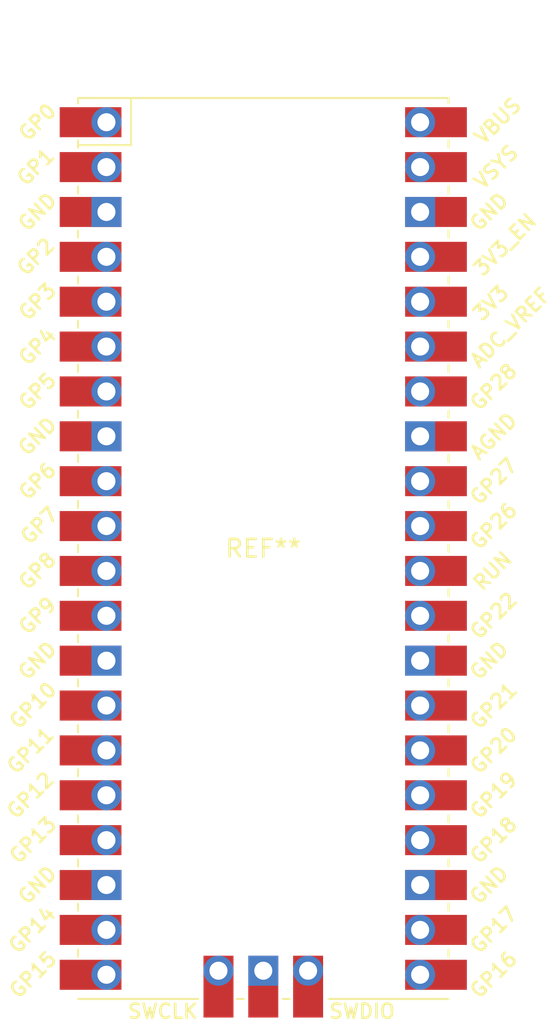
<source format=kicad_pcb>
(kicad_pcb (version 20171130) (host pcbnew "(5.1.10)-1")

  (general
    (thickness 1.6)
    (drawings 0)
    (tracks 0)
    (zones 0)
    (modules 1)
    (nets 1)
  )

  (page A4)
  (layers
    (0 F.Cu signal)
    (31 B.Cu signal)
    (32 B.Adhes user)
    (33 F.Adhes user)
    (34 B.Paste user)
    (35 F.Paste user)
    (36 B.SilkS user)
    (37 F.SilkS user)
    (38 B.Mask user)
    (39 F.Mask user)
    (40 Dwgs.User user)
    (41 Cmts.User user)
    (42 Eco1.User user)
    (43 Eco2.User user)
    (44 Edge.Cuts user)
    (45 Margin user)
    (46 B.CrtYd user)
    (47 F.CrtYd user)
    (48 B.Fab user)
    (49 F.Fab user)
  )

  (setup
    (last_trace_width 0.25)
    (trace_clearance 0.2)
    (zone_clearance 0.508)
    (zone_45_only no)
    (trace_min 0.2)
    (via_size 0.8)
    (via_drill 0.4)
    (via_min_size 0.4)
    (via_min_drill 0.3)
    (uvia_size 0.3)
    (uvia_drill 0.1)
    (uvias_allowed no)
    (uvia_min_size 0.2)
    (uvia_min_drill 0.1)
    (edge_width 0.05)
    (segment_width 0.2)
    (pcb_text_width 0.3)
    (pcb_text_size 1.5 1.5)
    (mod_edge_width 0.12)
    (mod_text_size 1 1)
    (mod_text_width 0.15)
    (pad_size 1.524 1.524)
    (pad_drill 0.762)
    (pad_to_mask_clearance 0)
    (aux_axis_origin 0 0)
    (visible_elements FFFFFF7F)
    (pcbplotparams
      (layerselection 0x010fc_ffffffff)
      (usegerberextensions false)
      (usegerberattributes true)
      (usegerberadvancedattributes true)
      (creategerberjobfile true)
      (excludeedgelayer true)
      (linewidth 0.100000)
      (plotframeref false)
      (viasonmask false)
      (mode 1)
      (useauxorigin false)
      (hpglpennumber 1)
      (hpglpenspeed 20)
      (hpglpendiameter 15.000000)
      (psnegative false)
      (psa4output false)
      (plotreference true)
      (plotvalue true)
      (plotinvisibletext false)
      (padsonsilk false)
      (subtractmaskfromsilk false)
      (outputformat 1)
      (mirror false)
      (drillshape 1)
      (scaleselection 1)
      (outputdirectory ""))
  )

  (net 0 "")

  (net_class Default "This is the default net class."
    (clearance 0.2)
    (trace_width 0.25)
    (via_dia 0.8)
    (via_drill 0.4)
    (uvia_dia 0.3)
    (uvia_drill 0.1)
  )

  (module MCU_RasberryPI_and_boards:RPi_Pico_SMD_TH (layer F.Cu) (tedit 5F638C80) (tstamp 62473266)
    (at 146.05 71.12)
    (descr "Through hole straight pin header, 2x20, 2.54mm pitch, double rows")
    (tags "Through hole pin header THT 2x20 2.54mm double row")
    (fp_text reference REF** (at 0 0) (layer F.SilkS)
      (effects (font (size 1 1) (thickness 0.15)))
    )
    (fp_text value RPi_Pico_SMD_TH (at 0 2.159) (layer F.Fab)
      (effects (font (size 1 1) (thickness 0.15)))
    )
    (fp_text user "Copper Keepouts shown on Dwgs layer" (at 0.1 -30.2) (layer Cmts.User)
      (effects (font (size 1 1) (thickness 0.15)))
    )
    (fp_text user SWDIO (at 5.6 26.2) (layer F.SilkS)
      (effects (font (size 0.8 0.8) (thickness 0.15)))
    )
    (fp_text user SWCLK (at -5.7 26.2) (layer F.SilkS)
      (effects (font (size 0.8 0.8) (thickness 0.15)))
    )
    (fp_text user AGND (at 13.054 -6.35 45) (layer F.SilkS)
      (effects (font (size 0.8 0.8) (thickness 0.15)))
    )
    (fp_text user GND (at 12.8 -19.05 45) (layer F.SilkS)
      (effects (font (size 0.8 0.8) (thickness 0.15)))
    )
    (fp_text user GND (at 12.8 6.35 45) (layer F.SilkS)
      (effects (font (size 0.8 0.8) (thickness 0.15)))
    )
    (fp_text user GND (at 12.8 19.05 45) (layer F.SilkS)
      (effects (font (size 0.8 0.8) (thickness 0.15)))
    )
    (fp_text user GND (at -12.8 19.05 45) (layer F.SilkS)
      (effects (font (size 0.8 0.8) (thickness 0.15)))
    )
    (fp_text user GND (at -12.8 6.35 45) (layer F.SilkS)
      (effects (font (size 0.8 0.8) (thickness 0.15)))
    )
    (fp_text user GND (at -12.8 -6.35 45) (layer F.SilkS)
      (effects (font (size 0.8 0.8) (thickness 0.15)))
    )
    (fp_text user GND (at -12.8 -19.05 45) (layer F.SilkS)
      (effects (font (size 0.8 0.8) (thickness 0.15)))
    )
    (fp_text user VBUS (at 13.3 -24.2 45) (layer F.SilkS)
      (effects (font (size 0.8 0.8) (thickness 0.15)))
    )
    (fp_text user VSYS (at 13.2 -21.59 45) (layer F.SilkS)
      (effects (font (size 0.8 0.8) (thickness 0.15)))
    )
    (fp_text user 3V3_EN (at 13.7 -17.2 45) (layer F.SilkS)
      (effects (font (size 0.8 0.8) (thickness 0.15)))
    )
    (fp_text user 3V3 (at 12.9 -13.9 45) (layer F.SilkS)
      (effects (font (size 0.8 0.8) (thickness 0.15)))
    )
    (fp_text user ADC_VREF (at 14 -12.5 45) (layer F.SilkS)
      (effects (font (size 0.8 0.8) (thickness 0.15)))
    )
    (fp_text user GP28 (at 13.054 -9.144 45) (layer F.SilkS)
      (effects (font (size 0.8 0.8) (thickness 0.15)))
    )
    (fp_text user GP27 (at 13.054 -3.8 45) (layer F.SilkS)
      (effects (font (size 0.8 0.8) (thickness 0.15)))
    )
    (fp_text user GP26 (at 13.054 -1.27 45) (layer F.SilkS)
      (effects (font (size 0.8 0.8) (thickness 0.15)))
    )
    (fp_text user RUN (at 13 1.27 45) (layer F.SilkS)
      (effects (font (size 0.8 0.8) (thickness 0.15)))
    )
    (fp_text user GP22 (at 13.054 3.81 45) (layer F.SilkS)
      (effects (font (size 0.8 0.8) (thickness 0.15)))
    )
    (fp_text user GP21 (at 13.054 8.9 45) (layer F.SilkS)
      (effects (font (size 0.8 0.8) (thickness 0.15)))
    )
    (fp_text user GP20 (at 13.054 11.43 45) (layer F.SilkS)
      (effects (font (size 0.8 0.8) (thickness 0.15)))
    )
    (fp_text user GP19 (at 13.054 13.97 45) (layer F.SilkS)
      (effects (font (size 0.8 0.8) (thickness 0.15)))
    )
    (fp_text user GP18 (at 13.054 16.51 45) (layer F.SilkS)
      (effects (font (size 0.8 0.8) (thickness 0.15)))
    )
    (fp_text user GP17 (at 13.054 21.59 45) (layer F.SilkS)
      (effects (font (size 0.8 0.8) (thickness 0.15)))
    )
    (fp_text user GP16 (at 13.054 24.13 45) (layer F.SilkS)
      (effects (font (size 0.8 0.8) (thickness 0.15)))
    )
    (fp_text user GP15 (at -13.054 24.13 45) (layer F.SilkS)
      (effects (font (size 0.8 0.8) (thickness 0.15)))
    )
    (fp_text user GP14 (at -13.1 21.59 45) (layer F.SilkS)
      (effects (font (size 0.8 0.8) (thickness 0.15)))
    )
    (fp_text user GP13 (at -13.054 16.51 45) (layer F.SilkS)
      (effects (font (size 0.8 0.8) (thickness 0.15)))
    )
    (fp_text user GP12 (at -13.2 13.97 45) (layer F.SilkS)
      (effects (font (size 0.8 0.8) (thickness 0.15)))
    )
    (fp_text user GP11 (at -13.2 11.43 45) (layer F.SilkS)
      (effects (font (size 0.8 0.8) (thickness 0.15)))
    )
    (fp_text user GP10 (at -13.054 8.89 45) (layer F.SilkS)
      (effects (font (size 0.8 0.8) (thickness 0.15)))
    )
    (fp_text user GP9 (at -12.8 3.81 45) (layer F.SilkS)
      (effects (font (size 0.8 0.8) (thickness 0.15)))
    )
    (fp_text user GP8 (at -12.8 1.27 45) (layer F.SilkS)
      (effects (font (size 0.8 0.8) (thickness 0.15)))
    )
    (fp_text user GP7 (at -12.7 -1.3 45) (layer F.SilkS)
      (effects (font (size 0.8 0.8) (thickness 0.15)))
    )
    (fp_text user GP6 (at -12.8 -3.81 45) (layer F.SilkS)
      (effects (font (size 0.8 0.8) (thickness 0.15)))
    )
    (fp_text user GP5 (at -12.8 -8.89 45) (layer F.SilkS)
      (effects (font (size 0.8 0.8) (thickness 0.15)))
    )
    (fp_text user GP4 (at -12.8 -11.43 45) (layer F.SilkS)
      (effects (font (size 0.8 0.8) (thickness 0.15)))
    )
    (fp_text user GP3 (at -12.8 -13.97 45) (layer F.SilkS)
      (effects (font (size 0.8 0.8) (thickness 0.15)))
    )
    (fp_text user GP0 (at -12.8 -24.13 45) (layer F.SilkS)
      (effects (font (size 0.8 0.8) (thickness 0.15)))
    )
    (fp_text user GP2 (at -12.9 -16.51 45) (layer F.SilkS)
      (effects (font (size 0.8 0.8) (thickness 0.15)))
    )
    (fp_text user GP1 (at -12.9 -21.6 45) (layer F.SilkS)
      (effects (font (size 0.8 0.8) (thickness 0.15)))
    )
    (fp_text user %R (at 0 0 180) (layer F.Fab)
      (effects (font (size 1 1) (thickness 0.15)))
    )
    (fp_line (start 1.1 25.5) (end 1.5 25.5) (layer F.SilkS) (width 0.12))
    (fp_line (start -1.5 25.5) (end -1.1 25.5) (layer F.SilkS) (width 0.12))
    (fp_line (start 10.5 25.5) (end 3.7 25.5) (layer F.SilkS) (width 0.12))
    (fp_line (start 10.5 15.1) (end 10.5 15.5) (layer F.SilkS) (width 0.12))
    (fp_line (start 10.5 7.4) (end 10.5 7.8) (layer F.SilkS) (width 0.12))
    (fp_line (start 10.5 -18) (end 10.5 -17.6) (layer F.SilkS) (width 0.12))
    (fp_line (start 10.5 -25.5) (end 10.5 -25.2) (layer F.SilkS) (width 0.12))
    (fp_line (start 10.5 -2.7) (end 10.5 -2.3) (layer F.SilkS) (width 0.12))
    (fp_line (start 10.5 12.5) (end 10.5 12.9) (layer F.SilkS) (width 0.12))
    (fp_line (start 10.5 -7.8) (end 10.5 -7.4) (layer F.SilkS) (width 0.12))
    (fp_line (start 10.5 -12.9) (end 10.5 -12.5) (layer F.SilkS) (width 0.12))
    (fp_line (start 10.5 -0.2) (end 10.5 0.2) (layer F.SilkS) (width 0.12))
    (fp_line (start 10.5 4.9) (end 10.5 5.3) (layer F.SilkS) (width 0.12))
    (fp_line (start 10.5 20.1) (end 10.5 20.5) (layer F.SilkS) (width 0.12))
    (fp_line (start 10.5 22.7) (end 10.5 23.1) (layer F.SilkS) (width 0.12))
    (fp_line (start 10.5 17.6) (end 10.5 18) (layer F.SilkS) (width 0.12))
    (fp_line (start 10.5 -15.4) (end 10.5 -15) (layer F.SilkS) (width 0.12))
    (fp_line (start 10.5 -23.1) (end 10.5 -22.7) (layer F.SilkS) (width 0.12))
    (fp_line (start 10.5 -20.5) (end 10.5 -20.1) (layer F.SilkS) (width 0.12))
    (fp_line (start 10.5 10) (end 10.5 10.4) (layer F.SilkS) (width 0.12))
    (fp_line (start 10.5 2.3) (end 10.5 2.7) (layer F.SilkS) (width 0.12))
    (fp_line (start 10.5 -5.3) (end 10.5 -4.9) (layer F.SilkS) (width 0.12))
    (fp_line (start 10.5 -10.4) (end 10.5 -10) (layer F.SilkS) (width 0.12))
    (fp_line (start -10.5 22.7) (end -10.5 23.1) (layer F.SilkS) (width 0.12))
    (fp_line (start -10.5 20.1) (end -10.5 20.5) (layer F.SilkS) (width 0.12))
    (fp_line (start -10.5 17.6) (end -10.5 18) (layer F.SilkS) (width 0.12))
    (fp_line (start -10.5 15.1) (end -10.5 15.5) (layer F.SilkS) (width 0.12))
    (fp_line (start -10.5 12.5) (end -10.5 12.9) (layer F.SilkS) (width 0.12))
    (fp_line (start -10.5 10) (end -10.5 10.4) (layer F.SilkS) (width 0.12))
    (fp_line (start -10.5 7.4) (end -10.5 7.8) (layer F.SilkS) (width 0.12))
    (fp_line (start -10.5 4.9) (end -10.5 5.3) (layer F.SilkS) (width 0.12))
    (fp_line (start -10.5 2.3) (end -10.5 2.7) (layer F.SilkS) (width 0.12))
    (fp_line (start -10.5 -0.2) (end -10.5 0.2) (layer F.SilkS) (width 0.12))
    (fp_line (start -10.5 -2.7) (end -10.5 -2.3) (layer F.SilkS) (width 0.12))
    (fp_line (start -10.5 -5.3) (end -10.5 -4.9) (layer F.SilkS) (width 0.12))
    (fp_line (start -10.5 -7.8) (end -10.5 -7.4) (layer F.SilkS) (width 0.12))
    (fp_line (start -10.5 -10.4) (end -10.5 -10) (layer F.SilkS) (width 0.12))
    (fp_line (start -10.5 -12.9) (end -10.5 -12.5) (layer F.SilkS) (width 0.12))
    (fp_line (start -10.5 -15.4) (end -10.5 -15) (layer F.SilkS) (width 0.12))
    (fp_line (start -10.5 -18) (end -10.5 -17.6) (layer F.SilkS) (width 0.12))
    (fp_line (start -10.5 -20.5) (end -10.5 -20.1) (layer F.SilkS) (width 0.12))
    (fp_line (start -10.5 -23.1) (end -10.5 -22.7) (layer F.SilkS) (width 0.12))
    (fp_line (start -10.5 -25.5) (end -10.5 -25.2) (layer F.SilkS) (width 0.12))
    (fp_line (start -7.493 -22.833) (end -7.493 -25.5) (layer F.SilkS) (width 0.12))
    (fp_line (start -10.5 -22.833) (end -7.493 -22.833) (layer F.SilkS) (width 0.12))
    (fp_line (start -3.7 25.5) (end -10.5 25.5) (layer F.SilkS) (width 0.12))
    (fp_line (start -10.5 -25.5) (end 10.5 -25.5) (layer F.SilkS) (width 0.12))
    (fp_line (start -11 26) (end -11 -26) (layer F.CrtYd) (width 0.12))
    (fp_line (start 11 26) (end -11 26) (layer F.CrtYd) (width 0.12))
    (fp_line (start 11 -26) (end 11 26) (layer F.CrtYd) (width 0.12))
    (fp_line (start -11 -26) (end 11 -26) (layer F.CrtYd) (width 0.12))
    (fp_line (start -10.5 -24.2) (end -9.2 -25.5) (layer F.Fab) (width 0.12))
    (fp_line (start -10.5 25.5) (end -10.5 -25.5) (layer F.Fab) (width 0.12))
    (fp_line (start 10.5 25.5) (end -10.5 25.5) (layer F.Fab) (width 0.12))
    (fp_line (start 10.5 -25.5) (end 10.5 25.5) (layer F.Fab) (width 0.12))
    (fp_line (start -10.5 -25.5) (end 10.5 -25.5) (layer F.Fab) (width 0.12))
    (fp_poly (pts (xy -1.5 -16.5) (xy -3.5 -16.5) (xy -3.5 -18.5) (xy -1.5 -18.5)) (layer Dwgs.User) (width 0.1))
    (fp_poly (pts (xy -1.5 -14) (xy -3.5 -14) (xy -3.5 -16) (xy -1.5 -16)) (layer Dwgs.User) (width 0.1))
    (fp_poly (pts (xy -1.5 -11.5) (xy -3.5 -11.5) (xy -3.5 -13.5) (xy -1.5 -13.5)) (layer Dwgs.User) (width 0.1))
    (fp_poly (pts (xy 3.7 -20.2) (xy -3.7 -20.2) (xy -3.7 -24.9) (xy 3.7 -24.9)) (layer Dwgs.User) (width 0.1))
    (pad 43 thru_hole oval (at 2.54 23.9) (size 1.7 1.7) (drill 1.02) (layers *.Cu *.Mask))
    (pad 43 smd rect (at 2.54 23.9 90) (size 3.5 1.7) (drill (offset -0.9 0)) (layers F.Cu F.Mask))
    (pad 42 thru_hole rect (at 0 23.9) (size 1.7 1.7) (drill 1.02) (layers *.Cu *.Mask))
    (pad 42 smd rect (at 0 23.9 90) (size 3.5 1.7) (drill (offset -0.9 0)) (layers F.Cu F.Mask))
    (pad 41 thru_hole oval (at -2.54 23.9) (size 1.7 1.7) (drill 1.02) (layers *.Cu *.Mask))
    (pad 41 smd rect (at -2.54 23.9 90) (size 3.5 1.7) (drill (offset -0.9 0)) (layers F.Cu F.Mask))
    (pad "" np_thru_hole oval (at 2.425 -20.97) (size 1.5 1.5) (drill 1.5) (layers *.Cu *.Mask))
    (pad "" np_thru_hole oval (at -2.425 -20.97) (size 1.5 1.5) (drill 1.5) (layers *.Cu *.Mask))
    (pad "" np_thru_hole oval (at 2.725 -24) (size 1.8 1.8) (drill 1.8) (layers *.Cu *.Mask))
    (pad "" np_thru_hole oval (at -2.725 -24) (size 1.8 1.8) (drill 1.8) (layers *.Cu *.Mask))
    (pad 21 smd rect (at 8.89 24.13) (size 3.5 1.7) (drill (offset 0.9 0)) (layers F.Cu F.Mask))
    (pad 22 smd rect (at 8.89 21.59) (size 3.5 1.7) (drill (offset 0.9 0)) (layers F.Cu F.Mask))
    (pad 23 smd rect (at 8.89 19.05) (size 3.5 1.7) (drill (offset 0.9 0)) (layers F.Cu F.Mask))
    (pad 24 smd rect (at 8.89 16.51) (size 3.5 1.7) (drill (offset 0.9 0)) (layers F.Cu F.Mask))
    (pad 25 smd rect (at 8.89 13.97) (size 3.5 1.7) (drill (offset 0.9 0)) (layers F.Cu F.Mask))
    (pad 26 smd rect (at 8.89 11.43) (size 3.5 1.7) (drill (offset 0.9 0)) (layers F.Cu F.Mask))
    (pad 27 smd rect (at 8.89 8.89) (size 3.5 1.7) (drill (offset 0.9 0)) (layers F.Cu F.Mask))
    (pad 28 smd rect (at 8.89 6.35) (size 3.5 1.7) (drill (offset 0.9 0)) (layers F.Cu F.Mask))
    (pad 29 smd rect (at 8.89 3.81) (size 3.5 1.7) (drill (offset 0.9 0)) (layers F.Cu F.Mask))
    (pad 30 smd rect (at 8.89 1.27) (size 3.5 1.7) (drill (offset 0.9 0)) (layers F.Cu F.Mask))
    (pad 31 smd rect (at 8.89 -1.27) (size 3.5 1.7) (drill (offset 0.9 0)) (layers F.Cu F.Mask))
    (pad 32 smd rect (at 8.89 -3.81) (size 3.5 1.7) (drill (offset 0.9 0)) (layers F.Cu F.Mask))
    (pad 33 smd rect (at 8.89 -6.35) (size 3.5 1.7) (drill (offset 0.9 0)) (layers F.Cu F.Mask))
    (pad 34 smd rect (at 8.89 -8.89) (size 3.5 1.7) (drill (offset 0.9 0)) (layers F.Cu F.Mask))
    (pad 35 smd rect (at 8.89 -11.43) (size 3.5 1.7) (drill (offset 0.9 0)) (layers F.Cu F.Mask))
    (pad 36 smd rect (at 8.89 -13.97) (size 3.5 1.7) (drill (offset 0.9 0)) (layers F.Cu F.Mask))
    (pad 37 smd rect (at 8.89 -16.51) (size 3.5 1.7) (drill (offset 0.9 0)) (layers F.Cu F.Mask))
    (pad 38 smd rect (at 8.89 -19.05) (size 3.5 1.7) (drill (offset 0.9 0)) (layers F.Cu F.Mask))
    (pad 39 smd rect (at 8.89 -21.59) (size 3.5 1.7) (drill (offset 0.9 0)) (layers F.Cu F.Mask))
    (pad 40 smd rect (at 8.89 -24.13) (size 3.5 1.7) (drill (offset 0.9 0)) (layers F.Cu F.Mask))
    (pad 20 smd rect (at -8.89 24.13) (size 3.5 1.7) (drill (offset -0.9 0)) (layers F.Cu F.Mask))
    (pad 19 smd rect (at -8.89 21.59) (size 3.5 1.7) (drill (offset -0.9 0)) (layers F.Cu F.Mask))
    (pad 18 smd rect (at -8.89 19.05) (size 3.5 1.7) (drill (offset -0.9 0)) (layers F.Cu F.Mask))
    (pad 17 smd rect (at -8.89 16.51) (size 3.5 1.7) (drill (offset -0.9 0)) (layers F.Cu F.Mask))
    (pad 16 smd rect (at -8.89 13.97) (size 3.5 1.7) (drill (offset -0.9 0)) (layers F.Cu F.Mask))
    (pad 15 smd rect (at -8.89 11.43) (size 3.5 1.7) (drill (offset -0.9 0)) (layers F.Cu F.Mask))
    (pad 14 smd rect (at -8.89 8.89) (size 3.5 1.7) (drill (offset -0.9 0)) (layers F.Cu F.Mask))
    (pad 13 smd rect (at -8.89 6.35) (size 3.5 1.7) (drill (offset -0.9 0)) (layers F.Cu F.Mask))
    (pad 12 smd rect (at -8.89 3.81) (size 3.5 1.7) (drill (offset -0.9 0)) (layers F.Cu F.Mask))
    (pad 11 smd rect (at -8.89 1.27) (size 3.5 1.7) (drill (offset -0.9 0)) (layers F.Cu F.Mask))
    (pad 10 smd rect (at -8.89 -1.27) (size 3.5 1.7) (drill (offset -0.9 0)) (layers F.Cu F.Mask))
    (pad 9 smd rect (at -8.89 -3.81) (size 3.5 1.7) (drill (offset -0.9 0)) (layers F.Cu F.Mask))
    (pad 8 smd rect (at -8.89 -6.35) (size 3.5 1.7) (drill (offset -0.9 0)) (layers F.Cu F.Mask))
    (pad 7 smd rect (at -8.89 -8.89) (size 3.5 1.7) (drill (offset -0.9 0)) (layers F.Cu F.Mask))
    (pad 6 smd rect (at -8.89 -11.43) (size 3.5 1.7) (drill (offset -0.9 0)) (layers F.Cu F.Mask))
    (pad 5 smd rect (at -8.89 -13.97) (size 3.5 1.7) (drill (offset -0.9 0)) (layers F.Cu F.Mask))
    (pad 4 smd rect (at -8.89 -16.51) (size 3.5 1.7) (drill (offset -0.9 0)) (layers F.Cu F.Mask))
    (pad 3 smd rect (at -8.89 -19.05) (size 3.5 1.7) (drill (offset -0.9 0)) (layers F.Cu F.Mask))
    (pad 2 smd rect (at -8.89 -21.59) (size 3.5 1.7) (drill (offset -0.9 0)) (layers F.Cu F.Mask))
    (pad 1 smd rect (at -8.89 -24.13) (size 3.5 1.7) (drill (offset -0.9 0)) (layers F.Cu F.Mask))
    (pad 40 thru_hole oval (at 8.89 -24.13) (size 1.7 1.7) (drill 1.02) (layers *.Cu *.Mask))
    (pad 39 thru_hole oval (at 8.89 -21.59) (size 1.7 1.7) (drill 1.02) (layers *.Cu *.Mask))
    (pad 38 thru_hole rect (at 8.89 -19.05) (size 1.7 1.7) (drill 1.02) (layers *.Cu *.Mask))
    (pad 37 thru_hole oval (at 8.89 -16.51) (size 1.7 1.7) (drill 1.02) (layers *.Cu *.Mask))
    (pad 36 thru_hole oval (at 8.89 -13.97) (size 1.7 1.7) (drill 1.02) (layers *.Cu *.Mask))
    (pad 35 thru_hole oval (at 8.89 -11.43) (size 1.7 1.7) (drill 1.02) (layers *.Cu *.Mask))
    (pad 34 thru_hole oval (at 8.89 -8.89) (size 1.7 1.7) (drill 1.02) (layers *.Cu *.Mask))
    (pad 33 thru_hole rect (at 8.89 -6.35) (size 1.7 1.7) (drill 1.02) (layers *.Cu *.Mask))
    (pad 32 thru_hole oval (at 8.89 -3.81) (size 1.7 1.7) (drill 1.02) (layers *.Cu *.Mask))
    (pad 31 thru_hole oval (at 8.89 -1.27) (size 1.7 1.7) (drill 1.02) (layers *.Cu *.Mask))
    (pad 30 thru_hole oval (at 8.89 1.27) (size 1.7 1.7) (drill 1.02) (layers *.Cu *.Mask))
    (pad 29 thru_hole oval (at 8.89 3.81) (size 1.7 1.7) (drill 1.02) (layers *.Cu *.Mask))
    (pad 28 thru_hole rect (at 8.89 6.35) (size 1.7 1.7) (drill 1.02) (layers *.Cu *.Mask))
    (pad 27 thru_hole oval (at 8.89 8.89) (size 1.7 1.7) (drill 1.02) (layers *.Cu *.Mask))
    (pad 26 thru_hole oval (at 8.89 11.43) (size 1.7 1.7) (drill 1.02) (layers *.Cu *.Mask))
    (pad 25 thru_hole oval (at 8.89 13.97) (size 1.7 1.7) (drill 1.02) (layers *.Cu *.Mask))
    (pad 24 thru_hole oval (at 8.89 16.51) (size 1.7 1.7) (drill 1.02) (layers *.Cu *.Mask))
    (pad 23 thru_hole rect (at 8.89 19.05) (size 1.7 1.7) (drill 1.02) (layers *.Cu *.Mask))
    (pad 22 thru_hole oval (at 8.89 21.59) (size 1.7 1.7) (drill 1.02) (layers *.Cu *.Mask))
    (pad 21 thru_hole oval (at 8.89 24.13) (size 1.7 1.7) (drill 1.02) (layers *.Cu *.Mask))
    (pad 20 thru_hole oval (at -8.89 24.13) (size 1.7 1.7) (drill 1.02) (layers *.Cu *.Mask))
    (pad 19 thru_hole oval (at -8.89 21.59) (size 1.7 1.7) (drill 1.02) (layers *.Cu *.Mask))
    (pad 18 thru_hole rect (at -8.89 19.05) (size 1.7 1.7) (drill 1.02) (layers *.Cu *.Mask))
    (pad 17 thru_hole oval (at -8.89 16.51) (size 1.7 1.7) (drill 1.02) (layers *.Cu *.Mask))
    (pad 16 thru_hole oval (at -8.89 13.97) (size 1.7 1.7) (drill 1.02) (layers *.Cu *.Mask))
    (pad 15 thru_hole oval (at -8.89 11.43) (size 1.7 1.7) (drill 1.02) (layers *.Cu *.Mask))
    (pad 14 thru_hole oval (at -8.89 8.89) (size 1.7 1.7) (drill 1.02) (layers *.Cu *.Mask))
    (pad 13 thru_hole rect (at -8.89 6.35) (size 1.7 1.7) (drill 1.02) (layers *.Cu *.Mask))
    (pad 12 thru_hole oval (at -8.89 3.81) (size 1.7 1.7) (drill 1.02) (layers *.Cu *.Mask))
    (pad 11 thru_hole oval (at -8.89 1.27) (size 1.7 1.7) (drill 1.02) (layers *.Cu *.Mask))
    (pad 10 thru_hole oval (at -8.89 -1.27) (size 1.7 1.7) (drill 1.02) (layers *.Cu *.Mask))
    (pad 9 thru_hole oval (at -8.89 -3.81) (size 1.7 1.7) (drill 1.02) (layers *.Cu *.Mask))
    (pad 8 thru_hole rect (at -8.89 -6.35) (size 1.7 1.7) (drill 1.02) (layers *.Cu *.Mask))
    (pad 7 thru_hole oval (at -8.89 -8.89) (size 1.7 1.7) (drill 1.02) (layers *.Cu *.Mask))
    (pad 6 thru_hole oval (at -8.89 -11.43) (size 1.7 1.7) (drill 1.02) (layers *.Cu *.Mask))
    (pad 5 thru_hole oval (at -8.89 -13.97) (size 1.7 1.7) (drill 1.02) (layers *.Cu *.Mask))
    (pad 4 thru_hole oval (at -8.89 -16.51) (size 1.7 1.7) (drill 1.02) (layers *.Cu *.Mask))
    (pad 3 thru_hole rect (at -8.89 -19.05) (size 1.7 1.7) (drill 1.02) (layers *.Cu *.Mask))
    (pad 2 thru_hole oval (at -8.89 -21.59) (size 1.7 1.7) (drill 1.02) (layers *.Cu *.Mask))
    (pad 1 thru_hole oval (at -8.89 -24.13) (size 1.7 1.7) (drill 1.02) (layers *.Cu *.Mask))
  )

)

</source>
